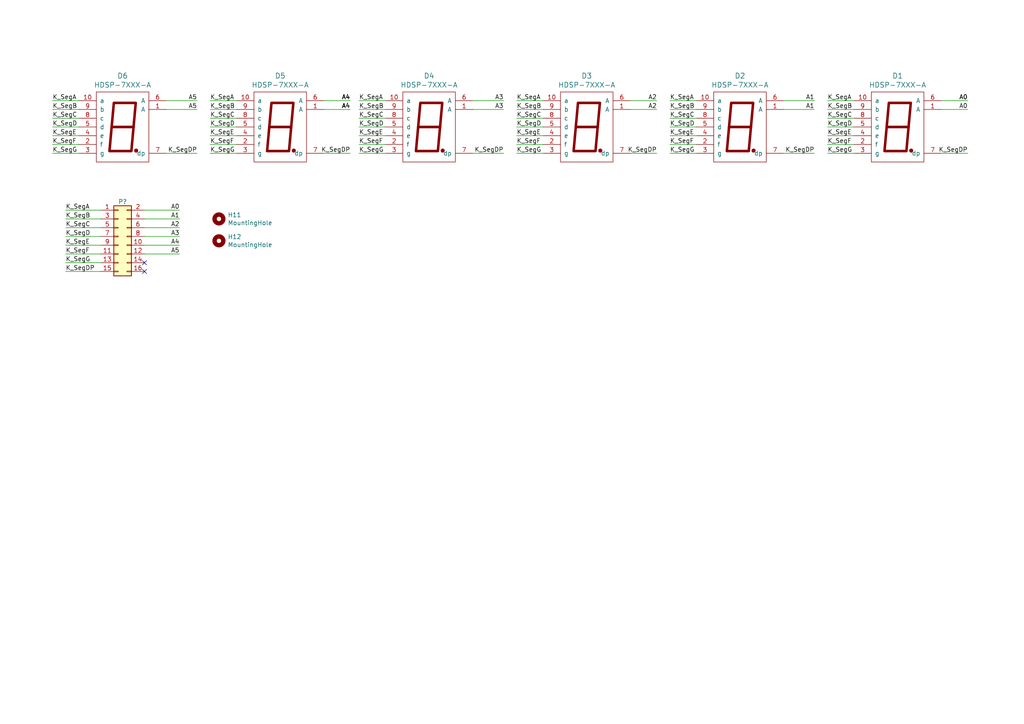
<source format=kicad_sch>
(kicad_sch (version 20211123) (generator eeschema)
  (paper "A4")
  (lib_symbols
    (symbol "Connector_Generic:Conn_02x08_Odd_Even" (pin_names (offset 1.016) hide)
      (property "Reference" "J" (at 1.27 10.16 0))
      (property "Value" "Conn_02x08_Odd_Even" (at 1.27 -12.7 0))
      (symbol "Conn_02x08_Odd_Even_1_1"
        (rectangle (start -1.27 -10.033) (end 0 -10.287) (stroke (width 0.1524)))
        (rectangle (start -1.27 -7.493) (end 0 -7.747) (stroke (width 0.1524)))
        (rectangle (start -1.27 -4.953) (end 0 -5.207) (stroke (width 0.1524)))
        (rectangle (start -1.27 -2.413) (end 0 -2.667) (stroke (width 0.1524)))
        (rectangle (start -1.27 0.127) (end 0 -0.127) (stroke (width 0.1524)))
        (rectangle (start -1.27 2.667) (end 0 2.413) (stroke (width 0.1524)))
        (rectangle (start -1.27 5.207) (end 0 4.953) (stroke (width 0.1524)))
        (rectangle (start -1.27 7.747) (end 0 7.493) (stroke (width 0.1524)))
        (rectangle (start -1.27 8.89) (end 3.81 -11.43) (stroke (width 0.254)) (fill (type background)))
        (rectangle (start 3.81 -10.033) (end 2.54 -10.287) (stroke (width 0.1524)))
        (rectangle (start 3.81 -7.493) (end 2.54 -7.747) (stroke (width 0.1524)))
        (rectangle (start 3.81 -4.953) (end 2.54 -5.207) (stroke (width 0.1524)))
        (rectangle (start 3.81 -2.413) (end 2.54 -2.667) (stroke (width 0.1524)))
        (rectangle (start 3.81 0.127) (end 2.54 -0.127) (stroke (width 0.1524)))
        (rectangle (start 3.81 2.667) (end 2.54 2.413) (stroke (width 0.1524)))
        (rectangle (start 3.81 5.207) (end 2.54 4.953) (stroke (width 0.1524)))
        (rectangle (start 3.81 7.747) (end 2.54 7.493) (stroke (width 0.1524)))
        (pin passive line (at -5.08 7.62 0) (length 3.81) (name "Pin_1") (number "1"))
        (pin passive line (at 7.62 -2.54 180) (length 3.81) (name "Pin_10") (number "10"))
        (pin passive line (at -5.08 -5.08 0) (length 3.81) (name "Pin_11") (number "11"))
        (pin passive line (at 7.62 -5.08 180) (length 3.81) (name "Pin_12") (number "12"))
        (pin passive line (at -5.08 -7.62 0) (length 3.81) (name "Pin_13") (number "13"))
        (pin passive line (at 7.62 -7.62 180) (length 3.81) (name "Pin_14") (number "14"))
        (pin passive line (at -5.08 -10.16 0) (length 3.81) (name "Pin_15") (number "15"))
        (pin passive line (at 7.62 -10.16 180) (length 3.81) (name "Pin_16") (number "16"))
        (pin passive line (at 7.62 7.62 180) (length 3.81) (name "Pin_2") (number "2"))
        (pin passive line (at -5.08 5.08 0) (length 3.81) (name "Pin_3") (number "3"))
        (pin passive line (at 7.62 5.08 180) (length 3.81) (name "Pin_4") (number "4"))
        (pin passive line (at -5.08 2.54 0) (length 3.81) (name "Pin_5") (number "5"))
        (pin passive line (at 7.62 2.54 180) (length 3.81) (name "Pin_6") (number "6"))
        (pin passive line (at -5.08 0 0) (length 3.81) (name "Pin_7") (number "7"))
        (pin passive line (at 7.62 0 180) (length 3.81) (name "Pin_8") (number "8"))
        (pin passive line (at -5.08 -2.54 0) (length 3.81) (name "Pin_9") (number "9"))
      )
    )
    (symbol "GCC_display:HDSP-7XXX-A" (pin_names (offset 1.016))
      (property "Reference" "D" (at -5.08 11.43 0))
      (property "Value" "HDSP-7XXX-A" (at 0 -11.43 0))
      (property "Datasheet" "Display/HDSP-7xxx.pdf" (at 0 0 0))
      (symbol "HDSP-7XXX-A_0_1"
        (rectangle (start -7.62 10.16) (end 7.62 -10.16))
        (polyline (pts (xy -3.175 0) (xy -2.54 6.985) (xy 3.81 6.985) (xy 3.175 0)) (stroke (width 0.7366)))
        (polyline (pts (xy -3.81 -6.985) (xy 2.54 -6.985) (xy 3.175 0) (xy -3.175 0) (xy -3.81 -6.985)) (stroke (width 0.7366)))
        (circle (center 3.937 -6.858) (radius 0.508) (fill (type outline)))
      )
      (symbol "HDSP-7XXX-A_1_1"
        (pin passive line (at 12.7 5.08 180) (length 5.08) (name "A") (number "1"))
        (pin passive line (at -12.7 7.62 0) (length 5.08) (name "a") (number "10"))
        (pin passive line (at -12.7 -5.08 0) (length 5.08) (name "f") (number "2"))
        (pin passive line (at -12.7 -7.62 0) (length 5.08) (name "g") (number "3"))
        (pin passive line (at -12.7 -2.54 0) (length 5.08) (name "e") (number "4"))
        (pin passive line (at -12.7 0 0) (length 5.08) (name "d") (number "5"))
        (pin passive line (at 12.7 7.62 180) (length 5.08) (name "A") (number "6"))
        (pin passive line (at 12.7 -7.62 180) (length 5.08) (name "dp") (number "7"))
        (pin passive line (at -12.7 2.54 0) (length 5.08) (name "c") (number "8"))
        (pin passive line (at -12.7 5.08 0) (length 5.08) (name "b") (number "9"))
      )
    )
    (symbol "Mechanical:MountingHole" (pin_names (offset 1.016))
      (property "Reference" "H" (at 0 5.08 0))
      (property "Value" "MountingHole" (at 0 3.175 0))
      (symbol "MountingHole_0_1"
        (circle (center 0 0) (radius 1.27) (stroke (width 1.27)))
      )
    )
  )
  (no_connect (at 41.91 78.74))
  (no_connect (at 41.91 76.2))
  (wire (pts (xy 104.14 36.83) (xy 111.76 36.83)))
  (wire (pts (xy 60.96 31.75) (xy 68.58 31.75)))
  (wire (pts (xy 48.26 31.75) (xy 57.15 31.75)))
  (wire (pts (xy 93.98 31.75) (xy 101.6 31.75)))
  (wire (pts (xy 280.67 44.45) (xy 273.05 44.45)))
  (wire (pts (xy 41.91 66.04) (xy 52.07 66.04)))
  (wire (pts (xy 149.86 44.45) (xy 157.48 44.45)))
  (wire (pts (xy 60.96 39.37) (xy 68.58 39.37)))
  (wire (pts (xy 104.14 41.91) (xy 111.76 41.91)))
  (wire (pts (xy 19.05 63.5) (xy 29.21 63.5)))
  (wire (pts (xy 15.24 39.37) (xy 22.86 39.37)))
  (wire (pts (xy 104.14 29.21) (xy 111.76 29.21)))
  (wire (pts (xy 104.14 44.45) (xy 111.76 44.45)))
  (wire (pts (xy 146.05 44.45) (xy 137.16 44.45)))
  (wire (pts (xy 41.91 73.66) (xy 52.07 73.66)))
  (wire (pts (xy 194.31 36.83) (xy 201.93 36.83)))
  (wire (pts (xy 240.03 36.83) (xy 247.65 36.83)))
  (wire (pts (xy 60.96 41.91) (xy 68.58 41.91)))
  (wire (pts (xy 15.24 41.91) (xy 22.86 41.91)))
  (wire (pts (xy 60.96 34.29) (xy 68.58 34.29)))
  (wire (pts (xy 60.96 36.83) (xy 68.58 36.83)))
  (wire (pts (xy 273.05 29.21) (xy 280.67 29.21)))
  (wire (pts (xy 57.15 44.45) (xy 48.26 44.45)))
  (wire (pts (xy 273.05 31.75) (xy 280.67 31.75)))
  (wire (pts (xy 240.03 44.45) (xy 247.65 44.45)))
  (wire (pts (xy 60.96 44.45) (xy 68.58 44.45)))
  (wire (pts (xy 149.86 41.91) (xy 157.48 41.91)))
  (wire (pts (xy 149.86 36.83) (xy 157.48 36.83)))
  (wire (pts (xy 41.91 63.5) (xy 52.07 63.5)))
  (wire (pts (xy 240.03 29.21) (xy 247.65 29.21)))
  (wire (pts (xy 194.31 34.29) (xy 201.93 34.29)))
  (wire (pts (xy 137.16 29.21) (xy 146.05 29.21)))
  (wire (pts (xy 194.31 41.91) (xy 201.93 41.91)))
  (wire (pts (xy 60.96 29.21) (xy 68.58 29.21)))
  (wire (pts (xy 240.03 31.75) (xy 247.65 31.75)))
  (wire (pts (xy 41.91 60.96) (xy 52.07 60.96)))
  (wire (pts (xy 227.33 29.21) (xy 236.22 29.21)))
  (wire (pts (xy 41.91 71.12) (xy 52.07 71.12)))
  (wire (pts (xy 15.24 29.21) (xy 22.86 29.21)))
  (wire (pts (xy 240.03 39.37) (xy 247.65 39.37)))
  (wire (pts (xy 182.88 29.21) (xy 190.5 29.21)))
  (wire (pts (xy 48.26 29.21) (xy 57.15 29.21)))
  (wire (pts (xy 15.24 36.83) (xy 22.86 36.83)))
  (wire (pts (xy 19.05 60.96) (xy 29.21 60.96)))
  (wire (pts (xy 101.6 44.45) (xy 93.98 44.45)))
  (wire (pts (xy 194.31 39.37) (xy 201.93 39.37)))
  (wire (pts (xy 137.16 31.75) (xy 146.05 31.75)))
  (wire (pts (xy 194.31 44.45) (xy 201.93 44.45)))
  (wire (pts (xy 19.05 66.04) (xy 29.21 66.04)))
  (wire (pts (xy 15.24 34.29) (xy 22.86 34.29)))
  (wire (pts (xy 19.05 76.2) (xy 29.21 76.2)))
  (wire (pts (xy 19.05 78.74) (xy 29.21 78.74)))
  (wire (pts (xy 149.86 39.37) (xy 157.48 39.37)))
  (wire (pts (xy 15.24 31.75) (xy 22.86 31.75)))
  (wire (pts (xy 227.33 31.75) (xy 236.22 31.75)))
  (wire (pts (xy 104.14 39.37) (xy 111.76 39.37)))
  (wire (pts (xy 190.5 44.45) (xy 182.88 44.45)))
  (wire (pts (xy 19.05 68.58) (xy 29.21 68.58)))
  (wire (pts (xy 19.05 73.66) (xy 29.21 73.66)))
  (wire (pts (xy 15.24 44.45) (xy 22.86 44.45)))
  (wire (pts (xy 194.31 29.21) (xy 201.93 29.21)))
  (wire (pts (xy 93.98 29.21) (xy 101.6 29.21)))
  (wire (pts (xy 149.86 29.21) (xy 157.48 29.21)))
  (wire (pts (xy 149.86 31.75) (xy 157.48 31.75)))
  (wire (pts (xy 41.91 68.58) (xy 52.07 68.58)))
  (wire (pts (xy 104.14 31.75) (xy 111.76 31.75)))
  (wire (pts (xy 104.14 34.29) (xy 111.76 34.29)))
  (wire (pts (xy 194.31 31.75) (xy 201.93 31.75)))
  (wire (pts (xy 149.86 34.29) (xy 157.48 34.29)))
  (wire (pts (xy 236.22 44.45) (xy 227.33 44.45)))
  (wire (pts (xy 19.05 71.12) (xy 29.21 71.12)))
  (wire (pts (xy 240.03 34.29) (xy 247.65 34.29)))
  (wire (pts (xy 182.88 31.75) (xy 190.5 31.75)))
  (wire (pts (xy 240.03 41.91) (xy 247.65 41.91)))
  (label "K_SegA" (at 60.96 29.21 0))
  (label "K_SegE" (at 19.05 71.12 0))
  (label "K_SegD" (at 104.14 36.83 0))
  (label "A4" (at 101.6 29.21 180))
  (label "A0" (at 280.67 29.21 180))
  (label "K_SegF" (at 104.14 41.91 0))
  (label "K_SegD" (at 240.03 36.83 0))
  (label "K_SegC" (at 194.31 34.29 0))
  (label "A3" (at 146.05 29.21 180))
  (label "K_SegG" (at 194.31 44.45 0))
  (label "K_SegA" (at 149.86 29.21 0))
  (label "K_SegB" (at 15.24 31.75 0))
  (label "K_SegB" (at 149.86 31.75 0))
  (label "K_SegDP" (at 236.22 44.45 180))
  (label "K_SegE" (at 15.24 39.37 0))
  (label "K_SegA" (at 15.24 29.21 0))
  (label "K_SegF" (at 60.96 41.91 0))
  (label "A0" (at 280.67 31.75 180))
  (label "A1" (at 236.22 31.75 180))
  (label "K_SegE" (at 60.96 39.37 0))
  (label "K_SegE" (at 149.86 39.37 0))
  (label "A4" (at 101.6 29.21 180))
  (label "K_SegDP" (at 101.6 44.45 180))
  (label "K_SegA" (at 240.03 29.21 0))
  (label "A4" (at 101.6 31.75 180))
  (label "A3" (at 146.05 31.75 180))
  (label "K_SegB" (at 194.31 31.75 0))
  (label "A4" (at 101.6 31.75 180))
  (label "K_SegE" (at 104.14 39.37 0))
  (label "K_SegDP" (at 57.15 44.45 180))
  (label "A3" (at 52.07 68.58 180))
  (label "A2" (at 52.07 66.04 180))
  (label "K_SegE" (at 240.03 39.37 0))
  (label "K_SegDP" (at 146.05 44.45 180))
  (label "K_SegG" (at 19.05 76.2 0))
  (label "A0" (at 280.67 29.21 180))
  (label "K_SegC" (at 60.96 34.29 0))
  (label "K_SegDP" (at 280.67 44.45 180))
  (label "A5" (at 52.07 73.66 180))
  (label "K_SegE" (at 194.31 39.37 0))
  (label "K_SegF" (at 240.03 41.91 0))
  (label "K_SegF" (at 194.31 41.91 0))
  (label "K_SegG" (at 15.24 44.45 0))
  (label "K_SegF" (at 19.05 73.66 0))
  (label "A4" (at 101.6 29.21 180))
  (label "K_SegF" (at 149.86 41.91 0))
  (label "K_SegA" (at 194.31 29.21 0))
  (label "A4" (at 52.07 71.12 180))
  (label "A5" (at 57.15 31.75 180))
  (label "A0" (at 52.07 60.96 180))
  (label "A4" (at 101.6 31.75 180))
  (label "K_SegA" (at 19.05 60.96 0))
  (label "A2" (at 190.5 29.21 180))
  (label "K_SegG" (at 104.14 44.45 0))
  (label "A1" (at 236.22 29.21 180))
  (label "K_SegB" (at 60.96 31.75 0))
  (label "K_SegC" (at 240.03 34.29 0))
  (label "K_SegC" (at 149.86 34.29 0))
  (label "K_SegC" (at 104.14 34.29 0))
  (label "A1" (at 52.07 63.5 180))
  (label "K_SegF" (at 15.24 41.91 0))
  (label "K_SegB" (at 19.05 63.5 0))
  (label "K_SegD" (at 60.96 36.83 0))
  (label "K_SegD" (at 194.31 36.83 0))
  (label "A5" (at 57.15 29.21 180))
  (label "K_SegA" (at 104.14 29.21 0))
  (label "A4" (at 101.6 31.75 180))
  (label "K_SegD" (at 19.05 68.58 0))
  (label "K_SegC" (at 19.05 66.04 0))
  (label "K_SegC" (at 15.24 34.29 0))
  (label "K_SegDP" (at 19.05 78.74 0))
  (label "A2" (at 190.5 31.75 180))
  (label "A4" (at 101.6 29.21 180))
  (label "K_SegD" (at 149.86 36.83 0))
  (label "K_SegB" (at 104.14 31.75 0))
  (label "K_SegDP" (at 190.5 44.45 180))
  (label "K_SegG" (at 60.96 44.45 0))
  (label "K_SegG" (at 240.03 44.45 0))
  (label "K_SegG" (at 149.86 44.45 0))
  (label "K_SegD" (at 15.24 36.83 0))
  (label "K_SegB" (at 240.03 31.75 0))
  (symbol (lib_id "Mechanical:MountingHole") (at 63.5 63.5 0) (unit 1)
    (property "Reference" "H11" (at 66.04 62.3316 0) (effects (justify left)))
    (property "Value" "MountingHole" (at 66.04 64.643 0) (effects (justify left)))
    (property "Footprint" "GCC_holes:Hole3mm" (effects hide))
  )
  (symbol (lib_id "Mechanical:MountingHole") (at 63.5 69.85 0) (unit 1)
    (property "Reference" "H12" (at 66.04 68.6816 0) (effects (justify left)))
    (property "Value" "MountingHole" (at 66.04 70.993 0) (effects (justify left)))
    (property "Footprint" "GCC_holes:Hole3mm" (effects hide))
  )
  (symbol (lib_id "GCC_display:HDSP-7XXX-A") (at 260.35 36.83 0) (unit 1)
    (property "Reference" "D1" (at 260.35 21.9964 0) (effects (font (size 1.4986 1.4986))))
    (property "Value" "HDSP-7XXX-A" (at 260.35 24.638 0) (effects (font (size 1.4732 1.4732))))
    (property "Footprint" "GCC_Display:Disp7_036" (effects hide))
    (property "Datasheet" "Display/HDSP-7xxx.pdf" (effects hide))
  )
  (symbol (lib_id "GCC_display:HDSP-7XXX-A") (at 81.28 36.83 0) (unit 1)
    (property "Reference" "D5" (at 81.28 21.9964 0) (effects (font (size 1.4986 1.4986))))
    (property "Value" "HDSP-7XXX-A" (at 81.28 24.638 0) (effects (font (size 1.4732 1.4732))))
    (property "Footprint" "GCC_Display:Disp7_036" (effects hide))
    (property "Datasheet" "Display/HDSP-7xxx.pdf" (effects hide))
  )
  (symbol (lib_id "GCC_display:HDSP-7XXX-A") (at 124.46 36.83 0) (unit 1)
    (property "Reference" "D4" (at 124.46 21.9964 0) (effects (font (size 1.4986 1.4986))))
    (property "Value" "HDSP-7XXX-A" (at 124.46 24.638 0) (effects (font (size 1.4732 1.4732))))
    (property "Footprint" "GCC_Display:Disp7_036" (effects hide))
    (property "Datasheet" "Display/HDSP-7xxx.pdf" (effects hide))
  )
  (symbol (lib_id "GCC_display:HDSP-7XXX-A") (at 170.18 36.83 0) (unit 1)
    (property "Reference" "D3" (at 170.18 21.9964 0) (effects (font (size 1.4986 1.4986))))
    (property "Value" "HDSP-7XXX-A" (at 170.18 24.638 0) (effects (font (size 1.4732 1.4732))))
    (property "Footprint" "GCC_Display:Disp7_036" (effects hide))
    (property "Datasheet" "Display/HDSP-7xxx.pdf" (effects hide))
  )
  (symbol (lib_id "GCC_display:HDSP-7XXX-A") (at 214.63 36.83 0) (unit 1)
    (property "Reference" "D2" (at 214.63 21.9964 0) (effects (font (size 1.4986 1.4986))))
    (property "Value" "HDSP-7XXX-A" (at 214.63 24.638 0) (effects (font (size 1.4732 1.4732))))
    (property "Footprint" "GCC_Display:Disp7_036" (effects hide))
    (property "Datasheet" "Display/HDSP-7xxx.pdf" (effects hide))
  )
  (symbol (lib_id "GCC_display:HDSP-7XXX-A") (at 35.56 36.83 0) (unit 1)
    (property "Reference" "D6" (at 35.56 21.9964 0) (effects (font (size 1.4986 1.4986))))
    (property "Value" "HDSP-7XXX-A" (at 35.56 24.638 0) (effects (font (size 1.4732 1.4732))))
    (property "Footprint" "GCC_Display:Disp7_036" (effects hide))
    (property "Datasheet" "Display/HDSP-7xxx.pdf" (effects hide))
  )
  (symbol (lib_id "Connector_Generic:Conn_02x08_Odd_Even") (at 34.29 68.58 0) (unit 1)
    (property "Reference" "P?" (at 35.56 58.5272 0))
    (property "Value" "Conn_02x08_Odd_Even" (effects hide))
    (property "Footprint" "Connector_IDC:IDC-Header_2x08_P2.54mm_Vertical" (effects hide))
  )
)
</source>
